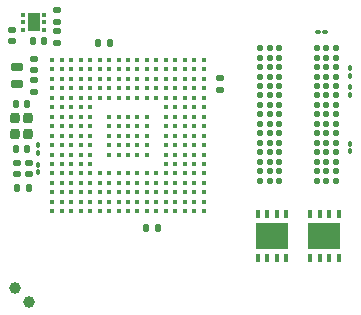
<source format=gbr>
%TF.GenerationSoftware,KiCad,Pcbnew,9.0.6-r1*%
%TF.CreationDate,2025-12-20T23:12:14+08:00*%
%TF.ProjectId,H750XB_V2,48373530-5842-45f5-9632-2e6b69636164,rev?*%
%TF.SameCoordinates,Original*%
%TF.FileFunction,Soldermask,Top*%
%TF.FilePolarity,Negative*%
%FSLAX46Y46*%
G04 Gerber Fmt 4.6, Leading zero omitted, Abs format (unit mm)*
G04 Created by KiCad (PCBNEW 9.0.6-r1) date 2025-12-20 23:12:14*
%MOMM*%
%LPD*%
G01*
G04 APERTURE LIST*
G04 Aperture macros list*
%AMRoundRect*
0 Rectangle with rounded corners*
0 $1 Rounding radius*
0 $2 $3 $4 $5 $6 $7 $8 $9 X,Y pos of 4 corners*
0 Add a 4 corners polygon primitive as box body*
4,1,4,$2,$3,$4,$5,$6,$7,$8,$9,$2,$3,0*
0 Add four circle primitives for the rounded corners*
1,1,$1+$1,$2,$3*
1,1,$1+$1,$4,$5*
1,1,$1+$1,$6,$7*
1,1,$1+$1,$8,$9*
0 Add four rect primitives between the rounded corners*
20,1,$1+$1,$2,$3,$4,$5,0*
20,1,$1+$1,$4,$5,$6,$7,0*
20,1,$1+$1,$6,$7,$8,$9,0*
20,1,$1+$1,$8,$9,$2,$3,0*%
G04 Aperture macros list end*
%ADD10RoundRect,0.150000X0.400000X-0.150000X0.400000X0.150000X-0.400000X0.150000X-0.400000X-0.150000X0*%
%ADD11RoundRect,0.200000X-0.200000X0.250000X-0.200000X-0.250000X0.200000X-0.250000X0.200000X0.250000X0*%
%ADD12R,2.800000X2.300000*%
%ADD13R,0.400000X0.800000*%
%ADD14RoundRect,0.140000X-0.170000X0.140000X-0.170000X-0.140000X0.170000X-0.140000X0.170000X0.140000X0*%
%ADD15RoundRect,0.140000X0.140000X0.170000X-0.140000X0.170000X-0.140000X-0.170000X0.140000X-0.170000X0*%
%ADD16RoundRect,0.135000X-0.185000X0.135000X-0.185000X-0.135000X0.185000X-0.135000X0.185000X0.135000X0*%
%ADD17RoundRect,0.093750X0.093750X0.106250X-0.093750X0.106250X-0.093750X-0.106250X0.093750X-0.106250X0*%
%ADD18R,1.000000X1.600000*%
%ADD19C,0.390000*%
%ADD20RoundRect,0.135000X-0.135000X-0.185000X0.135000X-0.185000X0.135000X0.185000X-0.135000X0.185000X0*%
%ADD21RoundRect,0.135000X0.185000X-0.135000X0.185000X0.135000X-0.185000X0.135000X-0.185000X-0.135000X0*%
%ADD22RoundRect,0.135000X0.135000X0.185000X-0.135000X0.185000X-0.135000X-0.185000X0.135000X-0.185000X0*%
%ADD23RoundRect,0.147500X0.147500X0.172500X-0.147500X0.172500X-0.147500X-0.172500X0.147500X-0.172500X0*%
%ADD24RoundRect,0.100000X0.100000X-0.130000X0.100000X0.130000X-0.100000X0.130000X-0.100000X-0.130000X0*%
%ADD25RoundRect,0.140000X0.170000X-0.140000X0.170000X0.140000X-0.170000X0.140000X-0.170000X-0.140000X0*%
%ADD26RoundRect,0.100000X-0.100000X0.130000X-0.100000X-0.130000X0.100000X-0.130000X0.100000X0.130000X0*%
%ADD27RoundRect,0.140000X-0.140000X-0.170000X0.140000X-0.170000X0.140000X0.170000X-0.140000X0.170000X0*%
%ADD28RoundRect,0.100000X-0.130000X-0.100000X0.130000X-0.100000X0.130000X0.100000X-0.130000X0.100000X0*%
%ADD29C,0.550000*%
%ADD30C,1.000000*%
G04 APERTURE END LIST*
D10*
%TO.C,Y2*%
X1148800Y19380000D03*
X1148800Y20780000D03*
%TD*%
D11*
%TO.C,Y1*%
X998800Y16500000D03*
X998800Y15100000D03*
X2098800Y15100000D03*
X2098800Y16500000D03*
%TD*%
D12*
%TO.C,U3*%
X27173800Y6500000D03*
D13*
X25973800Y8400000D03*
X26773800Y8400000D03*
X27573800Y8400000D03*
X28373800Y8400000D03*
X28373800Y4600000D03*
X27573800Y4600000D03*
X26773800Y4600000D03*
X25973800Y4600000D03*
%TD*%
D12*
%TO.C,U4*%
X22723800Y6500000D03*
D13*
X21523800Y8400000D03*
X22323800Y8400000D03*
X23123800Y8400000D03*
X23923800Y8400000D03*
X23923800Y4600000D03*
X23123800Y4600000D03*
X22323800Y4600000D03*
X21523800Y4600000D03*
%TD*%
D14*
%TO.C,C63*%
X748800Y23950000D03*
X748800Y22990000D03*
%TD*%
D15*
%TO.C,C65*%
X3436300Y22990000D03*
X2476300Y22990000D03*
%TD*%
D16*
%TO.C,R2*%
X4548800Y23835000D03*
X4548800Y22815000D03*
%TD*%
%TO.C,R6*%
X4548800Y25635000D03*
X4548800Y24615000D03*
%TD*%
D17*
%TO.C,U5*%
X3436300Y23950000D03*
X3436300Y24600000D03*
X3436300Y25250000D03*
X1661300Y25250000D03*
X1661300Y24600000D03*
X1661300Y23950000D03*
D18*
X2548800Y24600000D03*
%TD*%
D19*
%TO.C,U1*%
X4148800Y21400000D03*
X4948800Y21400000D03*
X5748800Y21400000D03*
X6548800Y21400000D03*
X7348800Y21400000D03*
X8148800Y21400000D03*
X8948800Y21400000D03*
X9748800Y21400000D03*
X10548800Y21400000D03*
X11348800Y21400000D03*
X12148800Y21400000D03*
X12948800Y21400000D03*
X13748800Y21400000D03*
X14548800Y21400000D03*
X15348800Y21400000D03*
X16148800Y21400000D03*
X16948800Y21400000D03*
X4148800Y20600000D03*
X4948800Y20600000D03*
X5748800Y20600000D03*
X6548800Y20600000D03*
X7348800Y20600000D03*
X8148800Y20600000D03*
X8948800Y20600000D03*
X9748800Y20600000D03*
X10548800Y20600000D03*
X11348800Y20600000D03*
X12148800Y20600000D03*
X12948800Y20600000D03*
X13748800Y20600000D03*
X14548800Y20600000D03*
X15348800Y20600000D03*
X16148800Y20600000D03*
X16948800Y20600000D03*
X4148800Y19800000D03*
X4948800Y19800000D03*
X5748800Y19800000D03*
X6548800Y19800000D03*
X7348800Y19800000D03*
X8148800Y19800000D03*
X8948800Y19800000D03*
X9748800Y19800000D03*
X10548800Y19800000D03*
X11348800Y19800000D03*
X12148800Y19800000D03*
X12948800Y19800000D03*
X13748800Y19800000D03*
X14548800Y19800000D03*
X15348800Y19800000D03*
X16148800Y19800000D03*
X16948800Y19800000D03*
X4148800Y19000000D03*
X4948800Y19000000D03*
X5748800Y19000000D03*
X6548800Y19000000D03*
X7348800Y19000000D03*
X8148800Y19000000D03*
X8948800Y19000000D03*
X9748800Y19000000D03*
X10548800Y19000000D03*
X11348800Y19000000D03*
X12148800Y19000000D03*
X12948800Y19000000D03*
X13748800Y19000000D03*
X14548800Y19000000D03*
X15348800Y19000000D03*
X16148800Y19000000D03*
X16948800Y19000000D03*
X4148800Y18200000D03*
X4948800Y18200000D03*
X5748800Y18200000D03*
X6548800Y18200000D03*
X7348800Y18200000D03*
X8148800Y18200000D03*
X8948800Y18200000D03*
X9748800Y18200000D03*
X10548800Y18200000D03*
X11348800Y18200000D03*
X12148800Y18200000D03*
X12948800Y18200000D03*
X13748800Y18200000D03*
X14548800Y18200000D03*
X15348800Y18200000D03*
X16148800Y18200000D03*
X16948800Y18200000D03*
X4148800Y17400000D03*
X4948800Y17400000D03*
X5748800Y17400000D03*
X6548800Y17400000D03*
X7348800Y17400000D03*
X13748800Y17400000D03*
X14548800Y17400000D03*
X15348800Y17400000D03*
X16148800Y17400000D03*
X16948800Y17400000D03*
X4148800Y16600000D03*
X4948800Y16600000D03*
X5748800Y16600000D03*
X6548800Y16600000D03*
X7348800Y16600000D03*
X8948800Y16600000D03*
X9748800Y16600000D03*
X10548800Y16600000D03*
X11348800Y16600000D03*
X12148800Y16600000D03*
X13748800Y16600000D03*
X14548800Y16600000D03*
X15348800Y16600000D03*
X16148800Y16600000D03*
X16948800Y16600000D03*
X4148800Y15800000D03*
X4948800Y15800000D03*
X5748800Y15800000D03*
X6548800Y15800000D03*
X7348800Y15800000D03*
X8948800Y15800000D03*
X9748800Y15800000D03*
X10548800Y15800000D03*
X11348800Y15800000D03*
X12148800Y15800000D03*
X13748800Y15800000D03*
X14548800Y15800000D03*
X15348800Y15800000D03*
X16148800Y15800000D03*
X16948800Y15800000D03*
X4148800Y15000000D03*
X4948800Y15000000D03*
X5748800Y15000000D03*
X6548800Y15000000D03*
X7348800Y15000000D03*
X8948800Y15000000D03*
X9748800Y15000000D03*
X10548800Y15000000D03*
X11348800Y15000000D03*
X12148800Y15000000D03*
X13748800Y15000000D03*
X14548800Y15000000D03*
X15348800Y15000000D03*
X16148800Y15000000D03*
X16948800Y15000000D03*
X4148800Y14200000D03*
X4948800Y14200000D03*
X5748800Y14200000D03*
X6548800Y14200000D03*
X7348800Y14200000D03*
X8948800Y14200000D03*
X9748800Y14200000D03*
X10548800Y14200000D03*
X11348800Y14200000D03*
X12148800Y14200000D03*
X13748800Y14200000D03*
X14548800Y14200000D03*
X15348800Y14200000D03*
X16148800Y14200000D03*
X16948800Y14200000D03*
X4148800Y13400000D03*
X4948800Y13400000D03*
X5748800Y13400000D03*
X6548800Y13400000D03*
X7348800Y13400000D03*
X8948800Y13400000D03*
X9748800Y13400000D03*
X10548800Y13400000D03*
X11348800Y13400000D03*
X12148800Y13400000D03*
X13748800Y13400000D03*
X14548800Y13400000D03*
X15348800Y13400000D03*
X16148800Y13400000D03*
X16948800Y13400000D03*
X4148800Y12600000D03*
X4948800Y12600000D03*
X5748800Y12600000D03*
X6548800Y12600000D03*
X7348800Y12600000D03*
X13748800Y12600000D03*
X14548800Y12600000D03*
X15348800Y12600000D03*
X16148800Y12600000D03*
X16948800Y12600000D03*
X4148800Y11800000D03*
X4948800Y11800000D03*
X5748800Y11800000D03*
X6548800Y11800000D03*
X7348800Y11800000D03*
X8148800Y11800000D03*
X8948800Y11800000D03*
X9748800Y11800000D03*
X10548800Y11800000D03*
X11348800Y11800000D03*
X12148800Y11800000D03*
X12948800Y11800000D03*
X13748800Y11800000D03*
X14548800Y11800000D03*
X15348800Y11800000D03*
X16148800Y11800000D03*
X16948800Y11800000D03*
X4148800Y11000000D03*
X4948800Y11000000D03*
X5748800Y11000000D03*
X6548800Y11000000D03*
X7348800Y11000000D03*
X8148800Y11000000D03*
X8948800Y11000000D03*
X9748800Y11000000D03*
X10548800Y11000000D03*
X11348800Y11000000D03*
X12148800Y11000000D03*
X12948800Y11000000D03*
X13748800Y11000000D03*
X14548800Y11000000D03*
X15348800Y11000000D03*
X16148800Y11000000D03*
X16948800Y11000000D03*
X4148800Y10200000D03*
X4948800Y10200000D03*
X5748800Y10200000D03*
X6548800Y10200000D03*
X7348800Y10200000D03*
X8148800Y10200000D03*
X8948800Y10200000D03*
X9748800Y10200000D03*
X10548800Y10200000D03*
X11348800Y10200000D03*
X12148800Y10200000D03*
X12948800Y10200000D03*
X13748800Y10200000D03*
X14548800Y10200000D03*
X15348800Y10200000D03*
X16148800Y10200000D03*
X16948800Y10200000D03*
X4148800Y9400000D03*
X4948800Y9400000D03*
X5748800Y9400000D03*
X6548800Y9400000D03*
X7348800Y9400000D03*
X8148800Y9400000D03*
X8948800Y9400000D03*
X9748800Y9400000D03*
X10548800Y9400000D03*
X11348800Y9400000D03*
X12148800Y9400000D03*
X12948800Y9400000D03*
X13748800Y9400000D03*
X14548800Y9400000D03*
X15348800Y9400000D03*
X16148800Y9400000D03*
X16948800Y9400000D03*
X4148800Y8600000D03*
X4948800Y8600000D03*
X5748800Y8600000D03*
X6548800Y8600000D03*
X7348800Y8600000D03*
X8148800Y8600000D03*
X8948800Y8600000D03*
X9748800Y8600000D03*
X10548800Y8600000D03*
X11348800Y8600000D03*
X12148800Y8600000D03*
X12948800Y8600000D03*
X13748800Y8600000D03*
X14548800Y8600000D03*
X15348800Y8600000D03*
X16148800Y8600000D03*
X16948800Y8600000D03*
%TD*%
D20*
%TO.C,RR3*%
X12038800Y7200000D03*
X13058800Y7200000D03*
%TD*%
D21*
%TO.C,RR2*%
X18348800Y18890000D03*
X18348800Y19910000D03*
%TD*%
D22*
%TO.C,RR1*%
X9058800Y22800000D03*
X8038800Y22800000D03*
%TD*%
D23*
%TO.C,FB1*%
X2141153Y10600000D03*
X1171153Y10600000D03*
%TD*%
D24*
%TO.C,C49*%
X29348800Y13680000D03*
X29348800Y14320000D03*
%TD*%
D25*
%TO.C,C47*%
X2548800Y20520000D03*
X2548800Y21480000D03*
%TD*%
D26*
%TO.C,C53*%
X29348800Y20720000D03*
X29348800Y20080000D03*
%TD*%
D14*
%TO.C,C41*%
X2548800Y19680000D03*
X2548800Y18720000D03*
%TD*%
D27*
%TO.C,C40*%
X1068800Y17700000D03*
X2028800Y17700000D03*
%TD*%
D15*
%TO.C,C46*%
X2028800Y13900000D03*
X1068800Y13900000D03*
%TD*%
D24*
%TO.C,C38*%
X29348800Y18480000D03*
X29348800Y19120000D03*
%TD*%
D28*
%TO.C,C36*%
X26628800Y23800000D03*
X27268800Y23800000D03*
%TD*%
D24*
%TO.C,C7*%
X2948800Y13560000D03*
X2948800Y14200000D03*
%TD*%
D14*
%TO.C,C4*%
X2148800Y12680000D03*
X2148800Y11720000D03*
%TD*%
%TO.C,C13*%
X1148800Y12680000D03*
X1148800Y11720000D03*
%TD*%
D26*
%TO.C,C1*%
X2948800Y12520000D03*
X2948800Y11880000D03*
%TD*%
D29*
%TO.C,U2*%
X21748800Y22400000D03*
X22548800Y22400000D03*
X23348800Y22400000D03*
X26548800Y22400000D03*
X27348800Y22400000D03*
X28148800Y22400000D03*
X21748800Y21600000D03*
X22548800Y21600000D03*
X23348800Y21600000D03*
X26548800Y21600000D03*
X27348800Y21600000D03*
X28148800Y21600000D03*
X21748800Y20800000D03*
X22548800Y20800000D03*
X23348800Y20800000D03*
X26548800Y20800000D03*
X27348800Y20800000D03*
X28148800Y20800000D03*
X21748800Y20000000D03*
X22548800Y20000000D03*
X23348800Y20000000D03*
X26548800Y20000000D03*
X27348800Y20000000D03*
X28148800Y20000000D03*
X21748800Y19200000D03*
X22548800Y19200000D03*
X23348800Y19200000D03*
X26548800Y19200000D03*
X27348800Y19200000D03*
X28148800Y19200000D03*
X21748800Y18400000D03*
X22548800Y18400000D03*
X23348800Y18400000D03*
X26548800Y18400000D03*
X27348800Y18400000D03*
X28148800Y18400000D03*
X21748800Y17600000D03*
X22548800Y17600000D03*
X23348800Y17600000D03*
X26548800Y17600000D03*
X27348800Y17600000D03*
X28148800Y17600000D03*
X21748800Y16800000D03*
X22548800Y16800000D03*
X23348800Y16800000D03*
X26548800Y16800000D03*
X27348800Y16800000D03*
X28148800Y16800000D03*
X21748800Y16000000D03*
X22548800Y16000000D03*
X23348800Y16000000D03*
X26548800Y16000000D03*
X27348800Y16000000D03*
X28148800Y16000000D03*
X21748800Y15200000D03*
X22548800Y15200000D03*
X23348800Y15200000D03*
X26548800Y15200000D03*
X27348800Y15200000D03*
X28148800Y15200000D03*
X21748800Y14400000D03*
X22548800Y14400000D03*
X23348800Y14400000D03*
X26548800Y14400000D03*
X27348800Y14400000D03*
X28148800Y14400000D03*
X21748800Y13600000D03*
X22548800Y13600000D03*
X23348800Y13600000D03*
X26548800Y13600000D03*
X27348800Y13600000D03*
X28148800Y13600000D03*
X21748800Y12800000D03*
X22548800Y12800000D03*
X23348800Y12800000D03*
X26548800Y12800000D03*
X27348800Y12800000D03*
X28148800Y12800000D03*
X21748800Y12000000D03*
X22548800Y12000000D03*
X23348800Y12000000D03*
X26548800Y12000000D03*
X27348800Y12000000D03*
X28148800Y12000000D03*
X21748800Y11200000D03*
X22548800Y11200000D03*
X23348800Y11200000D03*
X26548800Y11200000D03*
X27348800Y11200000D03*
X28148800Y11200000D03*
%TD*%
D30*
%TO.C,TP1*%
X998800Y2100000D03*
%TD*%
%TO.C,TP2*%
X2148800Y950000D03*
%TD*%
M02*

</source>
